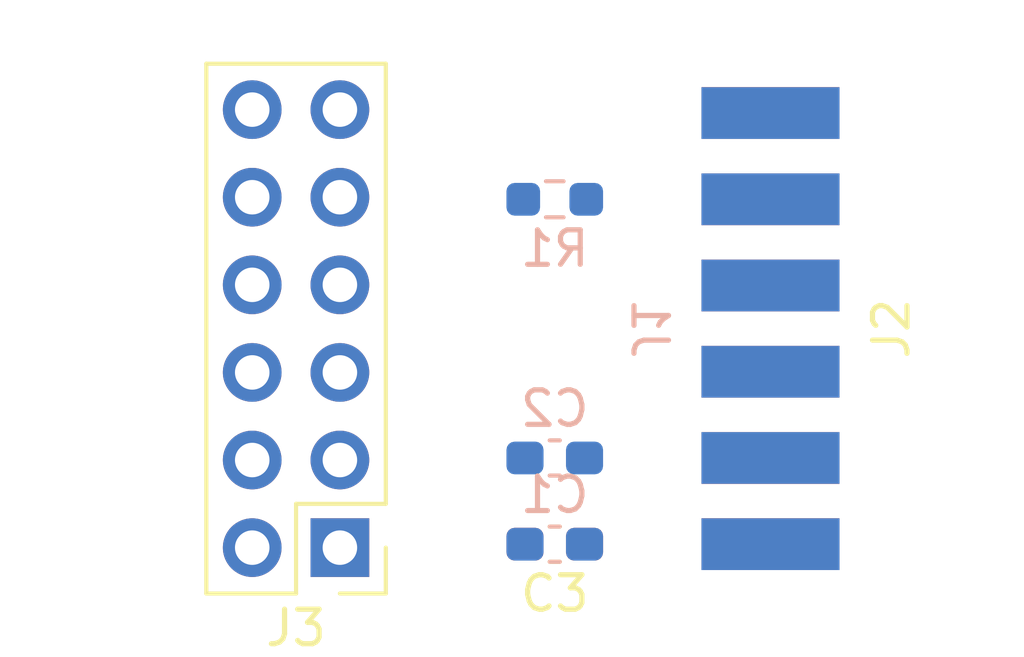
<source format=kicad_pcb>
(kicad_pcb (version 20211014) (generator pcbnew)
  (layers (0 "F.Cu" signal) (31 "B.Cu" signal) (34 "B.Paste" user) (35 "F.Paste" user) (36 "B.SilkS" user "B.Silkscreen") (37 "F.SilkS" user "F.Silkscreen") (38 "B.Mask" user) (39 "F.Mask" user) (44 "Edge.Cuts" user))
  (net 0 "")
  (net 1 "/green'")
  (net 2 "Net-(C1-Pad2)")
  (net 3 "/blue")
  (net 4 "Net-(C2-Pad2)")
  (net 5 "/red")
  (net 6 "Net-(C3-Pad2)")
  (net 7 "GND")
  (net 8 "/s-video C")
  (net 9 "/5v")
  (net 10 "/audio R")
  (net 11 "/csync")
  (net 12 "/s-video L")
  (net 13 "/composite")
  (net 14 "/audio L")
  (net 15 "Net-(R1-Pad1)")
  (footprint "Connector_PinHeader_2.54mm:PinHeader_2x06_P2.54mm_Vertical" (layer "F.Cu") (at 266.275 161.35 180)
    (fp_text reference "J3" (at 1.27 -2.33) (layer "F.SilkS"))
    (fp_text value "Conn_02x06_Odd_Even")
    (fp_line (start 1.27 -1.33) (end 3.87 -1.33) (layer "F.SilkS") (width 0.12))
    (fp_line (start -1.33 1.27) (end 1.27 1.27) (layer "F.SilkS") (width 0.12))
    (fp_line (start -1.33 0) (end -1.33 -1.33) (layer "F.SilkS") (width 0.12))
    (fp_line (start -1.33 14.03) (end 3.87 14.03) (layer "F.SilkS") (width 0.12))
    (fp_line (start -1.33 -1.33) (end 0 -1.33) (layer "F.SilkS") (width 0.12))
    (fp_line (start 1.27 1.27) (end 1.27 -1.33) (layer "F.SilkS") (width 0.12))
    (fp_line (start 3.87 -1.33) (end 3.87 14.03) (layer "F.SilkS") (width 0.12))
    (fp_line (start -1.33 1.27) (end -1.33 14.03) (layer "F.SilkS") (width 0.12))
    (pad "1" thru_hole rect (at 0 0 180) (size 1.7 1.7) (drill 1) (layers *.Cu *.Mask) (net 2 "Net-(C1-Pad2)"))
    (pad "2" thru_hole oval (at 2.54 0 180) (size 1.7 1.7) (drill 1) (layers *.Cu *.Mask) (net 6 "Net-(C3-Pad2)"))
    (pad "3" thru_hole oval (at 0 2.54 180) (size 1.7 1.7) (drill 1) (layers *.Cu *.Mask) (net 4 "Net-(C2-Pad2)"))
    (pad "4" thru_hole oval (at 2.54 2.54 180) (size 1.7 1.7) (drill 1) (layers *.Cu *.Mask) (net 11 "/csync"))
    (pad "5" thru_hole oval (at 0 5.08 180) (size 1.7 1.7) (drill 1) (layers *.Cu *.Mask) (net 7 "GND"))
    (pad "6" thru_hole oval (at 2.54 5.08 180) (size 1.7 1.7) (drill 1) (layers *.Cu *.Mask) (net 7 "GND"))
    (pad "7" thru_hole oval (at 0 7.62 180) (size 1.7 1.7) (drill 1) (layers *.Cu *.Mask) (net 8 "/s-video C"))
    (pad "8" thru_hole oval (at 2.54 7.62 180) (size 1.7 1.7) (drill 1) (layers *.Cu *.Mask) (net 12 "/s-video L"))
    (pad "9" thru_hole oval (at 0 10.16 180) (size 1.7 1.7) (drill 1) (layers *.Cu *.Mask) (net 15 "Net-(R1-Pad1)"))
    (pad "10" thru_hole oval (at 2.54 10.16 180) (size 1.7 1.7) (drill 1) (layers *.Cu *.Mask) (net 13 "/composite"))
    (pad "11" thru_hole oval (at 0 12.7 180) (size 1.7 1.7) (drill 1) (layers *.Cu *.Mask) (net 10 "/audio R"))
    (pad "12" thru_hole oval (at 2.54 12.7 180) (size 1.7 1.7) (drill 1) (layers *.Cu *.Mask) (net 14 "/audio L"))
  )
  (footprint "custom:nintendo multi av" (layer "F.Cu") (at 278.75 155 90)
    (fp_text reference "J2" (at 0 3.5 90 unlocked) (layer "F.SilkS"))
    (fp_text value "Conn_01x06")
    (pad "1" smd rect (at -6.25 0 90) (size 1.5 4) (layers "F.Cu" "F.Paste" "F.Mask") (net 5 "/red"))
    (pad "2" smd rect (at -3.75 0 90) (size 1.5 4) (layers "F.Cu" "F.Paste" "F.Mask") (net 11 "/csync"))
    (pad "3" smd rect (at -1.25 0 90) (size 1.5 4) (layers "F.Cu" "F.Paste" "F.Mask") (net 7 "GND"))
    (pad "4" smd rect (at 1.25 0 90) (size 1.5 4) (layers "F.Cu" "F.Paste" "F.Mask") (net 12 "/s-video L"))
    (pad "5" smd rect (at 3.75 0 90) (size 1.5 4) (layers "F.Cu" "F.Paste" "F.Mask") (net 13 "/composite"))
    (pad "6" smd rect (at 6.25 0 90) (size 1.5 4) (layers "F.Cu" "F.Paste" "F.Mask") (net 14 "/audio L"))
  )
  (footprint "Capacitor_SMD:C_0603_1608Metric_Pad1.08x0.95mm_HandSolder" (layer "F.Cu") (at 272.5 161.25 180)
    (fp_text reference "C3" (at 0 -1.43) (layer "F.SilkS"))
    (fp_text value "220u")
    (fp_line (start -0.146267 -0.51) (end 0.146267 -0.51) (layer "F.SilkS") (width 0.12))
    (fp_line (start -0.146267 0.51) (end 0.146267 0.51) (layer "F.SilkS") (width 0.12))
    (pad "1" smd roundrect (at -0.8625 0 180) (size 1.075 0.95) (layers "F.Cu" "F.Paste" "F.Mask") (net 5 "/red"))
    (pad "2" smd roundrect (at 0.8625 0 180) (size 1.075 0.95) (layers "F.Cu" "F.Paste" "F.Mask") (net 6 "Net-(C3-Pad2)"))
  )
  (footprint "custom:nintendo multi av" (layer "B.Cu") (at 278.75 155 90)
    (fp_text reference "J1" (at 0 -3.5 270 unlocked) (layer "B.SilkS") (effects (justify mirror)))
    (fp_text value "Conn_01x06")
    (pad "1" smd rect (at -6.25 0 90) (size 1.5 4) (layers "B.Cu" "B.Paste" "B.Mask") (net 1 "/green'"))
    (pad "2" smd rect (at -3.75 0 90) (size 1.5 4) (layers "B.Cu" "B.Paste" "B.Mask") (net 3 "/blue"))
    (pad "3" smd rect (at -1.25 0 90) (size 1.5 4) (layers "B.Cu" "B.Paste" "B.Mask") (net 7 "GND"))
    (pad "4" smd rect (at 1.25 0 90) (size 1.5 4) (layers "B.Cu" "B.Paste" "B.Mask") (net 8 "/s-video C"))
    (pad "5" smd rect (at 3.75 0 90) (size 1.5 4) (layers "B.Cu" "B.Paste" "B.Mask") (net 9 "/5v"))
    (pad "6" smd rect (at 6.25 0 90) (size 1.5 4) (layers "B.Cu" "B.Paste" "B.Mask") (net 10 "/audio R"))
  )
  (footprint "Resistor_SMD:R_0603_1608Metric_Pad0.98x0.95mm_HandSolder" (layer "B.Cu") (at 272.5 151.25)
    (fp_text reference "R1" (at 0 1.43) (layer "B.SilkS") (effects (justify mirror)))
    (fp_text value "180")
    (fp_line (start -0.254724 -0.5225) (end 0.254724 -0.5225) (layer "B.SilkS") (width 0.12))
    (fp_line (start -0.254724 0.5225) (end 0.254724 0.5225) (layer "B.SilkS") (width 0.12))
    (pad "1" smd roundrect (at -0.9125 0) (size 0.975 0.95) (layers "B.Cu" "B.Paste" "B.Mask") (net 15 "Net-(R1-Pad1)"))
    (pad "2" smd roundrect (at 0.9125 0) (size 0.975 0.95) (layers "B.Cu" "B.Paste" "B.Mask") (net 9 "/5v"))
  )
  (footprint "Capacitor_SMD:C_0603_1608Metric_Pad1.08x0.95mm_HandSolder" (layer "B.Cu") (at 272.5 161.25 180)
    (fp_text reference "C1" (at 0 1.43) (layer "B.SilkS") (effects (justify mirror)))
    (fp_text value "220u")
    (fp_line (start -0.146267 -0.51) (end 0.146267 -0.51) (layer "B.SilkS") (width 0.12))
    (fp_line (start -0.146267 0.51) (end 0.146267 0.51) (layer "B.SilkS") (width 0.12))
    (pad "1" smd roundrect (at -0.8625 0 180) (size 1.075 0.95) (layers "B.Cu" "B.Paste" "B.Mask") (net 1 "/green'"))
    (pad "2" smd roundrect (at 0.8625 0 180) (size 1.075 0.95) (layers "B.Cu" "B.Paste" "B.Mask") (net 2 "Net-(C1-Pad2)"))
  )
  (footprint "Capacitor_SMD:C_0603_1608Metric_Pad1.08x0.95mm_HandSolder" (layer "B.Cu") (at 272.5 158.75 180)
    (fp_text reference "C2" (at 0 1.43) (layer "B.SilkS") (effects (justify mirror)))
    (fp_text value "220u")
    (fp_line (start -0.146267 0.51) (end 0.146267 0.51) (layer "B.SilkS") (width 0.12))
    (fp_line (start -0.146267 -0.51) (end 0.146267 -0.51) (layer "B.SilkS") (width 0.12))
    (pad "1" smd roundrect (at -0.8625 0 180) (size 1.075 0.95) (layers "B.Cu" "B.Paste" "B.Mask") (net 3 "/blue"))
    (pad "2" smd roundrect (at 0.8625 0 180) (size 1.075 0.95) (layers "B.Cu" "B.Paste" "B.Mask") (net 4 "Net-(C2-Pad2)"))
  )
)
</source>
